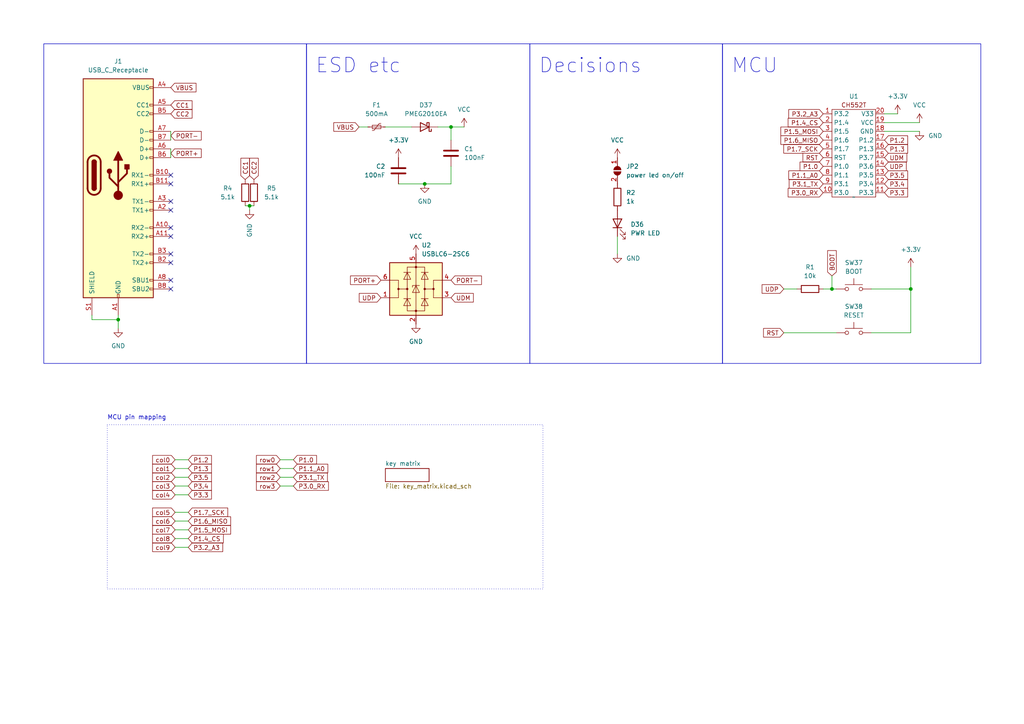
<source format=kicad_sch>
(kicad_sch (version 20230121) (generator eeschema)
  (paper "A4")
  (title_block (title "Chiffchaff") (date "2024-06-24") (rev "0.1") (company "apfel"))
  (lib_symbols
    (symbol "Connector:USB_C_Receptacle" (pin_names (offset 1.016))
      (property "Reference" "J" (at -10.16 29.21 0))
      (property "Value" "USB_C_Receptacle" (at 10.16 29.21 0))
      (symbol "USB_C_Receptacle_0_0"
        (rectangle (start -0.254 -35.56) (end 0.254 -34.544))
        (rectangle (start 10.16 -32.766) (end 9.144 -33.274))
        (rectangle (start 10.16 -30.226) (end 9.144 -30.734))
        (rectangle (start 10.16 -25.146) (end 9.144 -25.654))
        (rectangle (start 10.16 -22.606) (end 9.144 -23.114))
        (rectangle (start 10.16 -17.526) (end 9.144 -18.034))
        (rectangle (start 10.16 -14.986) (end 9.144 -15.494))
        (rectangle (start 10.16 -9.906) (end 9.144 -10.414))
        (rectangle (start 10.16 -7.366) (end 9.144 -7.874))
        (rectangle (start 10.16 -2.286) (end 9.144 -2.794))
        (rectangle (start 10.16 0.254) (end 9.144 -0.254))
        (rectangle (start 10.16 5.334) (end 9.144 4.826))
        (rectangle (start 10.16 7.874) (end 9.144 7.366))
        (rectangle (start 10.16 10.414) (end 9.144 9.906))
        (rectangle (start 10.16 12.954) (end 9.144 12.446))
        (rectangle (start 10.16 18.034) (end 9.144 17.526))
        (rectangle (start 10.16 20.574) (end 9.144 20.066))
        (rectangle (start 10.16 25.654) (end 9.144 25.146))
      )
      (symbol "USB_C_Receptacle_0_1"
        (rectangle (start -10.16 27.94) (end 10.16 -35.56) (stroke (width 0.254)) (fill (type background)))
        (arc (start -8.89 -3.81) (mid -6.985 -5.7067) (end -5.08 -3.81) (stroke (width 0.508)))
        (arc (start -7.62 -3.81) (mid -6.985 -4.4423) (end -6.35 -3.81) (stroke (width 0.254)))
        (arc (start -7.62 -3.81) (mid -6.985 -4.4423) (end -6.35 -3.81) (stroke (width 0.254)) (fill (type outline)))
        (rectangle (start -7.62 -3.81) (end -6.35 3.81) (stroke (width 0.254)) (fill (type outline)))
        (arc (start -6.35 3.81) (mid -6.985 4.4423) (end -7.62 3.81) (stroke (width 0.254)))
        (arc (start -6.35 3.81) (mid -6.985 4.4423) (end -7.62 3.81) (stroke (width 0.254)) (fill (type outline)))
        (arc (start -5.08 3.81) (mid -6.985 5.7067) (end -8.89 3.81) (stroke (width 0.508)))
        (polyline (pts (xy -8.89 -3.81) (xy -8.89 3.81)) (stroke (width 0.508)))
        (polyline (pts (xy -5.08 3.81) (xy -5.08 -3.81)) (stroke (width 0.508)))
      )
      (symbol "USB_C_Receptacle_1_1"
        (circle (center -2.54 1.143) (radius 0.635) (stroke (width 0.254)) (fill (type outline)))
        (circle (center 0 -5.842) (radius 1.27) (fill (type outline)))
        (polyline (pts (xy 0 -5.842) (xy 0 4.318)) (stroke (width 0.508)))
        (polyline (pts (xy 0 -3.302) (xy -2.54 -0.762) (xy -2.54 0.508)) (stroke (width 0.508)))
        (polyline (pts (xy 0 -2.032) (xy 2.54 0.508) (xy 2.54 1.778)) (stroke (width 0.508)))
        (polyline (pts (xy -1.27 4.318) (xy 0 6.858) (xy 1.27 4.318) (xy -1.27 4.318)) (stroke (width 0.254)) (fill (type outline)))
        (rectangle (start 1.905 1.778) (end 3.175 3.048) (stroke (width 0.254)) (fill (type outline)))
        (pin passive line (at 0 -40.64 90) (length 5.08) (name "GND") (number "A1"))
        (pin bidirectional line (at 15.24 -15.24 180) (length 5.08) (name "RX2-") (number "A10"))
        (pin bidirectional line (at 15.24 -17.78 180) (length 5.08) (name "RX2+") (number "A11"))
        (pin passive line (at 0 -40.64 90) (length 5.08) hide (name "GND") (number "A12"))
        (pin bidirectional line (at 15.24 -10.16 180) (length 5.08) (name "TX1+") (number "A2"))
        (pin bidirectional line (at 15.24 -7.62 180) (length 5.08) (name "TX1-") (number "A3"))
        (pin passive line (at 15.24 25.4 180) (length 5.08) (name "VBUS") (number "A4"))
        (pin bidirectional line (at 15.24 20.32 180) (length 5.08) (name "CC1") (number "A5"))
        (pin bidirectional line (at 15.24 7.62 180) (length 5.08) (name "D+") (number "A6"))
        (pin bidirectional line (at 15.24 12.7 180) (length 5.08) (name "D-") (number "A7"))
        (pin bidirectional line (at 15.24 -30.48 180) (length 5.08) (name "SBU1") (number "A8"))
        (pin passive line (at 15.24 25.4 180) (length 5.08) hide (name "VBUS") (number "A9"))
        (pin passive line (at 0 -40.64 90) (length 5.08) hide (name "GND") (number "B1"))
        (pin bidirectional line (at 15.24 0 180) (length 5.08) (name "RX1-") (number "B10"))
        (pin bidirectional line (at 15.24 -2.54 180) (length 5.08) (name "RX1+") (number "B11"))
        (pin passive line (at 0 -40.64 90) (length 5.08) hide (name "GND") (number "B12"))
        (pin bidirectional line (at 15.24 -25.4 180) (length 5.08) (name "TX2+") (number "B2"))
        (pin bidirectional line (at 15.24 -22.86 180) (length 5.08) (name "TX2-") (number "B3"))
        (pin passive line (at 15.24 25.4 180) (length 5.08) hide (name "VBUS") (number "B4"))
        (pin bidirectional line (at 15.24 17.78 180) (length 5.08) (name "CC2") (number "B5"))
        (pin bidirectional line (at 15.24 5.08 180) (length 5.08) (name "D+") (number "B6"))
        (pin bidirectional line (at 15.24 10.16 180) (length 5.08) (name "D-") (number "B7"))
        (pin bidirectional line (at 15.24 -33.02 180) (length 5.08) (name "SBU2") (number "B8"))
        (pin passive line (at 15.24 25.4 180) (length 5.08) hide (name "VBUS") (number "B9"))
        (pin passive line (at -7.62 -40.64 90) (length 5.08) (name "SHIELD") (number "S1"))
      )
    )
    (symbol "Device:C" (pin_numbers hide) (pin_names (offset 0.254))
      (property "Reference" "C" (at 0.635 2.54 0))
      (property "Value" "C" (at 0.635 -2.54 0))
      (symbol "C_0_1"
        (polyline (pts (xy -2.032 -0.762) (xy 2.032 -0.762)) (stroke (width 0.508)))
        (polyline (pts (xy -2.032 0.762) (xy 2.032 0.762)) (stroke (width 0.508)))
      )
      (symbol "C_1_1"
        (pin passive line (at 0 3.81 270) (length 2.794) (name "~") (number "1"))
        (pin passive line (at 0 -3.81 90) (length 2.794) (name "~") (number "2"))
      )
    )
    (symbol "Device:D_Schottky" (pin_numbers hide) (pin_names (offset 1.016) hide)
      (property "Reference" "D" (at 0 2.54 0))
      (property "Value" "D_Schottky" (at 0 -2.54 0))
      (symbol "D_Schottky_0_1"
        (polyline (pts (xy 1.27 0) (xy -1.27 0)))
        (polyline (pts (xy 1.27 1.27) (xy 1.27 -1.27) (xy -1.27 0) (xy 1.27 1.27)) (stroke (width 0.254)))
        (polyline (pts (xy -1.905 0.635) (xy -1.905 1.27) (xy -1.27 1.27) (xy -1.27 -1.27) (xy -0.635 -1.27) (xy -0.635 -0.635)) (stroke (width 0.254)))
      )
      (symbol "D_Schottky_1_1"
        (pin passive line (at -3.81 0 0) (length 2.54) (name "K") (number "1"))
        (pin passive line (at 3.81 0 180) (length 2.54) (name "A") (number "2"))
      )
    )
    (symbol "Device:LED" (pin_numbers hide) (pin_names (offset 1.016) hide)
      (property "Reference" "D" (at 0 2.54 0))
      (property "Value" "LED" (at 0 -2.54 0))
      (symbol "LED_0_1"
        (polyline (pts (xy -1.27 -1.27) (xy -1.27 1.27)) (stroke (width 0.254)))
        (polyline (pts (xy -1.27 0) (xy 1.27 0)))
        (polyline (pts (xy 1.27 -1.27) (xy 1.27 1.27) (xy -1.27 0) (xy 1.27 -1.27)) (stroke (width 0.254)))
        (polyline (pts (xy -3.048 -0.762) (xy -4.572 -2.286) (xy -3.81 -2.286) (xy -4.572 -2.286) (xy -4.572 -1.524)))
        (polyline (pts (xy -1.778 -0.762) (xy -3.302 -2.286) (xy -2.54 -2.286) (xy -3.302 -2.286) (xy -3.302 -1.524)))
      )
      (symbol "LED_1_1"
        (pin passive line (at -3.81 0 0) (length 2.54) (name "K") (number "1"))
        (pin passive line (at 3.81 0 180) (length 2.54) (name "A") (number "2"))
      )
    )
    (symbol "Device:Polyfuse_Small" (pin_numbers hide) (pin_names (offset 0))
      (property "Reference" "F" (at -1.905 0 90))
      (property "Value" "Polyfuse_Small" (at 1.905 0 90))
      (symbol "Polyfuse_Small_0_1"
        (rectangle (start -0.508 1.27) (end 0.508 -1.27))
        (polyline (pts (xy 0 2.54) (xy 0 -2.54)))
        (polyline (pts (xy -1.016 1.27) (xy -1.016 0.762) (xy 1.016 -0.762) (xy 1.016 -1.27)))
      )
      (symbol "Polyfuse_Small_1_1"
        (pin passive line (at 0 2.54 270) (length 0.635) (name "~") (number "1"))
        (pin passive line (at 0 -2.54 90) (length 0.635) (name "~") (number "2"))
      )
    )
    (symbol "Device:R" (pin_numbers hide) (pin_names (offset 0))
      (property "Reference" "R" (at 2.032 0 90))
      (property "Value" "R" (at 0 0 90))
      (symbol "R_0_1"
        (rectangle (start -1.016 -2.54) (end 1.016 2.54) (stroke (width 0.254)))
      )
      (symbol "R_1_1"
        (pin passive line (at 0 3.81 270) (length 1.27) (name "~") (number "1"))
        (pin passive line (at 0 -3.81 90) (length 1.27) (name "~") (number "2"))
      )
    )
    (symbol "Jumper:SolderJumper_2_Open" (pin_names (offset 0) hide)
      (property "Reference" "JP" (at 0 2.032 0))
      (property "Value" "SolderJumper_2_Open" (at 0 -2.54 0))
      (symbol "SolderJumper_2_Open_0_1"
        (arc (start -0.254 1.016) (mid -1.2656 0) (end -0.254 -1.016))
        (arc (start -0.254 1.016) (mid -1.2656 0) (end -0.254 -1.016) (fill (type outline)))
        (polyline (pts (xy -0.254 1.016) (xy -0.254 -1.016)))
        (polyline (pts (xy 0.254 1.016) (xy 0.254 -1.016)))
        (arc (start 0.254 -1.016) (mid 1.2656 0) (end 0.254 1.016))
        (arc (start 0.254 -1.016) (mid 1.2656 0) (end 0.254 1.016) (fill (type outline)))
      )
      (symbol "SolderJumper_2_Open_1_1"
        (pin passive line (at -3.81 0 0) (length 2.54) (name "A") (number "1"))
        (pin passive line (at 3.81 0 180) (length 2.54) (name "B") (number "2"))
      )
    )
    (symbol "Power_Protection:USBLC6-2SC6" (pin_names hide)
      (property "Reference" "U" (at 2.54 8.89 0))
      (property "Value" "USBLC6-2SC6" (at 2.54 -8.89 0))
      (symbol "USBLC6-2SC6_0_1"
        (rectangle (start -7.62 -7.62) (end 7.62 7.62) (stroke (width 0.254)) (fill (type background)))
        (circle (center -5.08 0) (radius 0.254) (fill (type outline)))
        (circle (center -2.54 0) (radius 0.254) (fill (type outline)))
        (rectangle (start -2.54 6.35) (end 2.54 -6.35))
        (circle (center 0 -6.35) (radius 0.254) (fill (type outline)))
        (polyline (pts (xy -5.08 -2.54) (xy -7.62 -2.54)))
        (polyline (pts (xy -5.08 0) (xy -5.08 -2.54)))
        (polyline (pts (xy -5.08 2.54) (xy -7.62 2.54)))
        (polyline (pts (xy -1.524 -2.794) (xy -3.556 -2.794)))
        (polyline (pts (xy -1.524 4.826) (xy -3.556 4.826)))
        (polyline (pts (xy 0 -7.62) (xy 0 -6.35)))
        (polyline (pts (xy 0 -6.35) (xy 0 1.27)))
        (polyline (pts (xy 0 1.27) (xy 0 6.35)))
        (polyline (pts (xy 0 6.35) (xy 0 7.62)))
        (polyline (pts (xy 1.524 -2.794) (xy 3.556 -2.794)))
        (polyline (pts (xy 1.524 4.826) (xy 3.556 4.826)))
        (polyline (pts (xy 5.08 -2.54) (xy 7.62 -2.54)))
        (polyline (pts (xy 5.08 0) (xy 5.08 -2.54)))
        (polyline (pts (xy 5.08 2.54) (xy 7.62 2.54)))
        (polyline (pts (xy -2.54 0) (xy -5.08 0) (xy -5.08 2.54)))
        (polyline (pts (xy 2.54 0) (xy 5.08 0) (xy 5.08 2.54)))
        (polyline (pts (xy -3.556 -4.826) (xy -1.524 -4.826) (xy -2.54 -2.794) (xy -3.556 -4.826)))
        (polyline (pts (xy -3.556 2.794) (xy -1.524 2.794) (xy -2.54 4.826) (xy -3.556 2.794)))
        (polyline (pts (xy -1.016 -1.016) (xy 1.016 -1.016) (xy 0 1.016) (xy -1.016 -1.016)))
        (polyline (pts (xy 1.016 1.016) (xy 0.762 1.016) (xy -1.016 1.016) (xy -1.016 0.508)))
        (polyline (pts (xy 3.556 -4.826) (xy 1.524 -4.826) (xy 2.54 -2.794) (xy 3.556 -4.826)))
        (polyline (pts (xy 3.556 2.794) (xy 1.524 2.794) (xy 2.54 4.826) (xy 3.556 2.794)))
        (circle (center 0 6.35) (radius 0.254) (fill (type outline)))
        (circle (center 2.54 0) (radius 0.254) (fill (type outline)))
        (circle (center 5.08 0) (radius 0.254) (fill (type outline)))
      )
      (symbol "USBLC6-2SC6_1_1"
        (pin passive line (at -10.16 -2.54 0) (length 2.54) (name "I/O1") (number "1"))
        (pin passive line (at 0 -10.16 90) (length 2.54) (name "GND") (number "2"))
        (pin passive line (at 10.16 -2.54 180) (length 2.54) (name "I/O2") (number "3"))
        (pin passive line (at 10.16 2.54 180) (length 2.54) (name "I/O2") (number "4"))
        (pin passive line (at 0 10.16 270) (length 2.54) (name "VBUS") (number "5"))
        (pin passive line (at -10.16 2.54 0) (length 2.54) (name "I/O1") (number "6"))
      )
    )
    (symbol "Switch:SW_Push" (pin_numbers hide) (pin_names (offset 1.016) hide)
      (property "Reference" "SW" (at 1.27 2.54 0))
      (property "Value" "SW_Push" (at 0 -1.524 0))
      (symbol "SW_Push_0_1"
        (circle (center -2.032 0) (radius 0.508))
        (polyline (pts (xy 0 1.27) (xy 0 3.048)))
        (polyline (pts (xy 2.54 1.27) (xy -2.54 1.27)))
        (circle (center 2.032 0) (radius 0.508))
        (pin passive line (at -5.08 0 0) (length 2.54) (name "1") (number "1"))
        (pin passive line (at 5.08 0 180) (length 2.54) (name "2") (number "2"))
      )
    )
    (symbol "apfel:mcu_ch552t_tssop-20"
      (property "Reference" "U1" (at 0 16.51 0))
      (property "Value" "~" (at 0 -12.7 0))
      (symbol "mcu_ch552t_tssop-20_0_1"
        (rectangle (start -6.35 12.7) (end 6.35 -12.7))
      )
      (symbol "mcu_ch552t_tssop-20_1_1"
        (text "CH552T\n" (at 0 13.97 0) (effects (font (size 1.27 1.27))))
        (pin input line (at -8.89 11.43 0) (length 2.54) (name "P3.2") (number "1"))
        (pin input line (at -8.89 -11.43 0) (length 2.54) (name "P3.0") (number "10"))
        (pin input line (at 8.89 -11.43 180) (length 2.54) (name "P3.3") (number "11"))
        (pin input line (at 8.89 -8.89 180) (length 2.54) (name "P3.4") (number "12"))
        (pin input line (at 8.89 -6.35 180) (length 2.54) (name "P3.5") (number "13"))
        (pin input line (at 8.89 -3.81 180) (length 2.54) (name "P3.6") (number "14"))
        (pin input line (at 8.89 -1.27 180) (length 2.54) (name "P3.7") (number "15"))
        (pin input line (at 8.89 1.27 180) (length 2.54) (name "P1.3") (number "16"))
        (pin input line (at 8.89 3.81 180) (length 2.54) (name "P1.2") (number "17"))
        (pin input line (at 8.89 6.35 180) (length 2.54) (name "GND") (number "18"))
        (pin input line (at 8.89 8.89 180) (length 2.54) (name "VCC") (number "19"))
        (pin input line (at -8.89 8.89 0) (length 2.54) (name "P1.4") (number "2"))
        (pin input line (at 8.89 11.43 180) (length 2.54) (name "V33") (number "20"))
        (pin input line (at -8.89 6.35 0) (length 2.54) (name "P1.5") (number "3"))
        (pin input line (at -8.89 3.81 0) (length 2.54) (name "P1.6") (number "4"))
        (pin input line (at -8.89 1.27 0) (length 2.54) (name "P1.7") (number "5"))
        (pin input line (at -8.89 -1.27 0) (length 2.54) (name "RST") (number "6"))
        (pin input line (at -8.89 -3.81 0) (length 2.54) (name "P1.0") (number "7"))
        (pin input line (at -8.89 -6.35 0) (length 2.54) (name "P1.1") (number "8"))
        (pin input line (at -8.89 -8.89 0) (length 2.54) (name "P3.1") (number "9"))
      )
    )
    (symbol "power:+3.3V" (power) (pin_names (offset 0))
      (property "Value" "+3.3V" (at 0 3.556 0))
      (symbol "+3.3V_0_1"
        (polyline (pts (xy -0.762 1.27) (xy 0 2.54)))
        (polyline (pts (xy 0 0) (xy 0 2.54)))
        (polyline (pts (xy 0 2.54) (xy 0.762 1.27)))
      )
      (symbol "+3.3V_1_1"
        (pin power_in line (at 0 0 90) (length 0) hide (name "+3.3V") (number "1"))
      )
    )
    (symbol "power:GND" (power) (pin_names (offset 0))
      (property "Value" "GND" (at 0 -3.81 0))
      (symbol "GND_0_1"
        (polyline (pts (xy 0 0) (xy 0 -1.27) (xy 1.27 -1.27) (xy 0 -2.54) (xy -1.27 -1.27) (xy 0 -1.27)))
      )
      (symbol "GND_1_1"
        (pin power_in line (at 0 0 270) (length 0) hide (name "GND") (number "1"))
      )
    )
    (symbol "power:VCC" (power) (pin_names (offset 0))
      (property "Value" "VCC" (at 0 3.81 0))
      (symbol "VCC_0_1"
        (polyline (pts (xy -0.762 1.27) (xy 0 2.54)))
        (polyline (pts (xy 0 0) (xy 0 2.54)))
        (polyline (pts (xy 0 2.54) (xy 0.762 1.27)))
      )
      (symbol "VCC_1_1"
        (pin power_in line (at 0 0 90) (length 0) hide (name "VCC") (number "1"))
      )
    )
  )
  (junction (at 130.81 36.83))
  (junction (at 264.16 83.82))
  (junction (at 123.19 53.34))
  (junction (at 72.39 59.69))
  (junction (at 241.3 83.82))
  (junction (at 34.29 92.71))
  (no_connect (at 49.53 66.04))
  (no_connect (at 49.53 76.2))
  (no_connect (at 49.53 73.66))
  (no_connect (at 49.53 68.58))
  (no_connect (at 49.53 50.8))
  (no_connect (at 49.53 83.82))
  (no_connect (at 49.53 53.34))
  (no_connect (at 49.53 58.42))
  (no_connect (at 49.53 60.96))
  (no_connect (at 49.53 81.28))
  (wire (pts (xy 130.81 53.34) (xy 130.81 48.26)))
  (wire (pts (xy 81.28 135.89) (xy 85.09 135.89)))
  (wire (pts (xy 179.07 73.66) (xy 179.07 68.58)))
  (wire (pts (xy 256.54 33.02) (xy 260.35 33.02)))
  (wire (pts (xy 50.8 138.43) (xy 54.61 138.43)))
  (wire (pts (xy 130.81 36.83) (xy 130.81 40.64)))
  (wire (pts (xy 252.73 83.82) (xy 264.16 83.82)))
  (wire (pts (xy 26.67 91.44) (xy 26.67 92.71)))
  (wire (pts (xy 264.16 96.52) (xy 252.73 96.52)))
  (wire (pts (xy 34.29 91.44) (xy 34.29 92.71)))
  (wire (pts (xy 266.7 38.1) (xy 256.54 38.1)))
  (wire (pts (xy 256.54 35.56) (xy 266.7 35.56)))
  (wire (pts (xy 50.8 148.59) (xy 54.61 148.59)))
  (wire (pts (xy 50.8 151.13) (xy 54.61 151.13)))
  (wire (pts (xy 104.14 36.83) (xy 106.68 36.83)))
  (wire (pts (xy 50.8 156.21) (xy 54.61 156.21)))
  (wire (pts (xy 238.76 83.82) (xy 241.3 83.82)))
  (wire (pts (xy 26.67 92.71) (xy 34.29 92.71)))
  (wire (pts (xy 264.16 83.82) (xy 264.16 96.52)))
  (wire (pts (xy 34.29 92.71) (xy 34.29 95.25)))
  (wire (pts (xy 50.8 133.35) (xy 54.61 133.35)))
  (wire (pts (xy 227.33 83.82) (xy 231.14 83.82)))
  (wire (pts (xy 85.09 133.35) (xy 81.28 133.35)))
  (wire (pts (xy 50.8 158.75) (xy 54.61 158.75)))
  (wire (pts (xy 72.39 59.69) (xy 73.66 59.69)))
  (wire (pts (xy 241.3 83.82) (xy 242.57 83.82)))
  (wire (pts (xy 72.39 59.69) (xy 72.39 60.96)))
  (wire (pts (xy 115.57 53.34) (xy 123.19 53.34)))
  (wire (pts (xy 50.8 135.89) (xy 54.61 135.89)))
  (wire (pts (xy 130.81 36.83) (xy 134.62 36.83)))
  (wire (pts (xy 111.76 36.83) (xy 119.38 36.83)))
  (wire (pts (xy 71.12 59.69) (xy 72.39 59.69)))
  (wire (pts (xy 123.19 53.34) (xy 130.81 53.34)))
  (wire (pts (xy 264.16 77.47) (xy 264.16 83.82)))
  (wire (pts (xy 50.8 143.51) (xy 54.61 143.51)))
  (wire (pts (xy 241.3 80.01) (xy 241.3 83.82)))
  (wire (pts (xy 49.53 43.18) (xy 49.53 45.72)))
  (wire (pts (xy 81.28 140.97) (xy 85.09 140.97)))
  (wire (pts (xy 227.33 96.52) (xy 242.57 96.52)))
  (wire (pts (xy 81.28 138.43) (xy 85.09 138.43)))
  (wire (pts (xy 49.53 38.1) (xy 49.53 40.64)))
  (wire (pts (xy 50.8 140.97) (xy 54.61 140.97)))
  (wire (pts (xy 127 36.83) (xy 130.81 36.83)))
  (wire (pts (xy 50.8 153.67) (xy 54.61 153.67)))
  (rectangle (start 209.55 12.7) (end 284.48 105.41))
  (rectangle (start 31.115 123.19) (end 157.48 170.815) (stroke (width 0) (type dot)))
  (rectangle (start 153.67 12.7) (end 209.55 105.41))
  (rectangle (start 12.7 12.7) (end 88.9 105.41))
  (rectangle (start 88.9 12.7) (end 153.67 105.41))
  (text "MCU" (at 212.09 21.59 0) (effects (font (size 4.2 4.2)) (justify left bottom)))
  (text "MCU pin mapping" (at 31.115 121.92 0) (effects (font (size 1.27 1.27)) (justify left bottom)))
  (text "Decisions" (at 156.21 21.59 0) (effects (font (size 4.2 4.2)) (justify left bottom)))
  (text "ESD etc" (at 91.44 21.59 0) (effects (font (size 4.2 4.2)) (justify left bottom)))
  (global_label "P3.2_A3" (shape input) (at 54.61 158.75 0) (property "Intersheetrefs" "${INTERSHEET_REFS}" (effects hide)))
  (global_label "P1.3" (shape input) (at 54.61 135.89 0) (property "Intersheetrefs" "${INTERSHEET_REFS}" (effects hide)))
  (global_label "P1.4_CS" (shape input) (at 54.61 156.21 0) (property "Intersheetrefs" "${INTERSHEET_REFS}" (effects hide)))
  (global_label "P3.0_RX" (shape input) (at 85.09 140.97 0) (property "Intersheetrefs" "${INTERSHEET_REFS}" (effects hide)))
  (global_label "PORT+" (shape input) (at 49.53 44.45 0) (property "Intersheetrefs" "${INTERSHEET_REFS}" (effects hide)))
  (global_label "col7" (shape input) (at 50.8 153.67 180) (property "Intersheetrefs" "${INTERSHEET_REFS}" (effects hide)))
  (global_label "P1.0" (shape input) (at 238.76 48.26 180) (property "Intersheetrefs" "${INTERSHEET_REFS}" (effects hide)))
  (global_label "CC1" (shape input) (at 49.53 30.48 0) (property "Intersheetrefs" "${INTERSHEET_REFS}" (effects hide)))
  (global_label "UDP" (shape input) (at 256.54 48.26 0) (property "Intersheetrefs" "${INTERSHEET_REFS}" (effects hide)))
  (global_label "P1.6_MISO" (shape input) (at 238.76 40.64 180) (property "Intersheetrefs" "${INTERSHEET_REFS}" (effects hide)))
  (global_label "col3" (shape input) (at 50.8 140.97 180) (property "Intersheetrefs" "${INTERSHEET_REFS}" (effects hide)))
  (global_label "col8" (shape input) (at 50.8 156.21 180) (property "Intersheetrefs" "${INTERSHEET_REFS}" (effects hide)))
  (global_label "P3.3" (shape input) (at 54.61 143.51 0) (property "Intersheetrefs" "${INTERSHEET_REFS}" (effects hide)))
  (global_label "P1.5_MOSI" (shape input) (at 54.61 153.67 0) (property "Intersheetrefs" "${INTERSHEET_REFS}" (effects hide)))
  (global_label "P3.2_A3" (shape input) (at 238.76 33.02 180) (property "Intersheetrefs" "${INTERSHEET_REFS}" (effects hide)))
  (global_label "P3.5" (shape input) (at 54.61 138.43 0) (property "Intersheetrefs" "${INTERSHEET_REFS}" (effects hide)))
  (global_label "row1" (shape input) (at 81.28 135.89 180) (property "Intersheetrefs" "${INTERSHEET_REFS}" (effects hide)))
  (global_label "UDM" (shape input) (at 256.54 45.72 0) (property "Intersheetrefs" "${INTERSHEET_REFS}" (effects hide)))
  (global_label "CC1" (shape input) (at 71.12 52.07 90) (property "Intersheetrefs" "${INTERSHEET_REFS}" (effects hide)))
  (global_label "P1.3" (shape input) (at 256.54 43.18 0) (property "Intersheetrefs" "${INTERSHEET_REFS}" (effects hide)))
  (global_label "P1.5_MOSI" (shape input) (at 238.76 38.1 180) (property "Intersheetrefs" "${INTERSHEET_REFS}" (effects hide)))
  (global_label "P1.4_CS" (shape input) (at 238.76 35.56 180) (property "Intersheetrefs" "${INTERSHEET_REFS}" (effects hide)))
  (global_label "P1.7_SCK" (shape input) (at 238.76 43.18 180) (property "Intersheetrefs" "${INTERSHEET_REFS}" (effects hide)))
  (global_label "UDP" (shape input) (at 227.33 83.82 180) (property "Intersheetrefs" "${INTERSHEET_REFS}" (effects hide)))
  (global_label "VBUS" (shape input) (at 104.14 36.83 180) (property "Intersheetrefs" "${INTERSHEET_REFS}" (effects hide)))
  (global_label "P1.0" (shape input) (at 85.09 133.35 0) (property "Intersheetrefs" "${INTERSHEET_REFS}" (effects hide)))
  (global_label "P3.4" (shape input) (at 256.54 53.34 0) (property "Intersheetrefs" "${INTERSHEET_REFS}" (effects hide)))
  (global_label "UDP" (shape input) (at 110.49 86.36 180) (property "Intersheetrefs" "${INTERSHEET_REFS}" (effects hide)))
  (global_label "P1.1_A0" (shape input) (at 238.76 50.8 180) (property "Intersheetrefs" "${INTERSHEET_REFS}" (effects hide)))
  (global_label "P3.1_TX" (shape input) (at 238.76 53.34 180) (property "Intersheetrefs" "${INTERSHEET_REFS}" (effects hide)))
  (global_label "PORT-" (shape input) (at 130.81 81.28 0) (property "Intersheetrefs" "${INTERSHEET_REFS}" (effects hide)))
  (global_label "P3.3" (shape input) (at 256.54 55.88 0) (property "Intersheetrefs" "${INTERSHEET_REFS}" (effects hide)))
  (global_label "row3" (shape input) (at 81.28 140.97 180) (property "Intersheetrefs" "${INTERSHEET_REFS}" (effects hide)))
  (global_label "PORT+" (shape input) (at 110.49 81.28 180) (property "Intersheetrefs" "${INTERSHEET_REFS}" (effects hide)))
  (global_label "BOOT" (shape input) (at 241.3 80.01 90) (property "Intersheetrefs" "${INTERSHEET_REFS}" (effects hide)))
  (global_label "col5" (shape input) (at 50.8 148.59 180) (property "Intersheetrefs" "${INTERSHEET_REFS}" (effects hide)))
  (global_label "P3.0_RX" (shape input) (at 238.76 55.88 180) (property "Intersheetrefs" "${INTERSHEET_REFS}" (effects hide)))
  (global_label "col1" (shape input) (at 50.8 135.89 180) (property "Intersheetrefs" "${INTERSHEET_REFS}" (effects hide)))
  (global_label "P3.5" (shape input) (at 256.54 50.8 0) (property "Intersheetrefs" "${INTERSHEET_REFS}" (effects hide)))
  (global_label "col0" (shape input) (at 50.8 133.35 180) (property "Intersheetrefs" "${INTERSHEET_REFS}" (effects hide)))
  (global_label "RST" (shape input) (at 238.76 45.72 180) (property "Intersheetrefs" "${INTERSHEET_REFS}" (effects hide)))
  (global_label "col4" (shape input) (at 50.8 143.51 180) (property "Intersheetrefs" "${INTERSHEET_REFS}" (effects hide)))
  (global_label "P1.6_MISO" (shape input) (at 54.61 151.13 0) (property "Intersheetrefs" "${INTERSHEET_REFS}" (effects hide)))
  (global_label "CC2" (shape input) (at 73.66 52.07 90) (property "Intersheetrefs" "${INTERSHEET_REFS}" (effects hide)))
  (global_label "VBUS" (shape input) (at 49.53 25.4 0) (property "Intersheetrefs" "${INTERSHEET_REFS}" (effects hide)))
  (global_label "P1.2" (shape input) (at 54.61 133.35 0) (property "Intersheetrefs" "${INTERSHEET_REFS}" (effects hide)))
  (global_label "RST" (shape input) (at 227.33 96.52 180) (property "Intersheetrefs" "${INTERSHEET_REFS}" (effects hide)))
  (global_label "PORT-" (shape input) (at 49.53 39.37 0) (property "Intersheetrefs" "${INTERSHEET_REFS}" (effects hide)))
  (global_label "P3.1_TX" (shape input) (at 85.09 138.43 0) (property "Intersheetrefs" "${INTERSHEET_REFS}" (effects hide)))
  (global_label "P3.4" (shape input) (at 54.61 140.97 0) (property "Intersheetrefs" "${INTERSHEET_REFS}" (effects hide)))
  (global_label "P1.1_A0" (shape input) (at 85.09 135.89 0) (property "Intersheetrefs" "${INTERSHEET_REFS}" (effects hide)))
  (global_label "col6" (shape input) (at 50.8 151.13 180) (property "Intersheetrefs" "${INTERSHEET_REFS}" (effects hide)))
  (global_label "col2" (shape input) (at 50.8 138.43 180) (property "Intersheetrefs" "${INTERSHEET_REFS}" (effects hide)))
  (global_label "col9" (shape input) (at 50.8 158.75 180) (property "Intersheetrefs" "${INTERSHEET_REFS}" (effects hide)))
  (global_label "row2" (shape input) (at 81.28 138.43 180) (property "Intersheetrefs" "${INTERSHEET_REFS}" (effects hide)))
  (global_label "UDM" (shape input) (at 130.81 86.36 0) (property "Intersheetrefs" "${INTERSHEET_REFS}" (effects hide)))
  (global_label "P1.7_SCK" (shape input) (at 54.61 148.59 0) (property "Intersheetrefs" "${INTERSHEET_REFS}" (effects hide)))
  (global_label "row0" (shape input) (at 81.28 133.35 180) (property "Intersheetrefs" "${INTERSHEET_REFS}" (effects hide)))
  (global_label "CC2" (shape input) (at 49.53 33.02 0) (property "Intersheetrefs" "${INTERSHEET_REFS}" (effects hide)))
  (global_label "P1.2" (shape input) (at 256.54 40.64 0) (property "Intersheetrefs" "${INTERSHEET_REFS}" (effects hide)))
  (symbol (lib_id "Connector:USB_C_Receptacle") (at 34.29 50.8 0) (unit 1)
    (property "Reference" "J1" (at 34.29 17.78 0))
    (property "Value" "USB_C_Receptacle" (at 34.29 20.32 0))
    (property "Footprint" "PCM_marbastlib-various:USB_C_Receptacle_HRO_TYPE-C-31-M-12" (effects hide))
    (property "Datasheet" "https://www.usb.org/sites/default/files/documents/usb_type-c.zip" (effects hide))
  )
  (symbol (lib_id "power:+3.3V") (at 115.57 45.72 0) (mirror y) (unit 1)
    (property "Reference" "#PWR06" (effects hide))
    (property "Value" "+3.3V" (at 115.57 40.64 0))
  )
  (symbol (lib_id "Device:R") (at 73.66 55.88 0) (mirror y) (unit 1)
    (property "Reference" "R5" (at 78.74 54.61 0))
    (property "Value" "5.1k" (at 78.74 57.15 0))
    (property "Footprint" "Resistor_SMD:R_0402_1005Metric" (effects hide))
  )
  (symbol (lib_id "power:GND") (at 34.29 95.25 0) (unit 1)
    (property "Reference" "#PWR03" (effects hide))
    (property "Value" "GND" (at 34.29 100.33 0))
  )
  (symbol (lib_id "power:VCC") (at 266.7 35.56 0) (unit 1)
    (property "Reference" "#PWR05" (effects hide))
    (property "Value" "VCC" (at 266.7 30.48 0))
  )
  (symbol (lib_id "Device:R") (at 179.07 57.15 0) (unit 1)
    (property "Reference" "R2" (at 181.61 55.88 0) (effects (justify left)))
    (property "Value" "1k" (at 181.61 58.42 0) (effects (justify left)))
    (property "Footprint" "Resistor_SMD:R_0402_1005Metric" (effects hide))
  )
  (symbol (lib_id "apfel:mcu_ch552t_tssop-20") (at 247.65 44.45 0) (unit 1)
    (property "Reference" "U1" (at 247.65 27.94 0))
    (property "Value" "~" (at 247.65 57.15 0))
    (property "Footprint" "Package_SO:TSSOP-20_4.4x6.5mm_P0.65mm" (effects hide))
  )
  (symbol (lib_id "power:GND") (at 72.39 60.96 0) (mirror y) (unit 1)
    (property "Reference" "#PWR07" (effects hide))
    (property "Value" "GND" (at 72.39 64.77 90) (effects (justify right)))
  )
  (symbol (lib_id "Device:LED") (at 179.07 64.77 90) (unit 1)
    (property "Reference" "D36" (at 182.88 65.0875 90) (effects (justify right)))
    (property "Value" "PWR LED" (at 182.88 67.6275 90) (effects (justify right)))
    (property "Footprint" "LED_SMD:LED_0402_1005Metric" (effects hide))
  )
  (symbol (lib_id "Switch:SW_Push") (at 247.65 96.52 0) (unit 1)
    (property "Reference" "SW38" (at 247.65 88.9 0))
    (property "Value" "RESET" (at 247.65 91.44 0))
    (property "Footprint" "Button_Switch_SMD:SW_Push_SPST_NO_Alps_SKRK" (effects hide))
  )
  (symbol (lib_id "Device:R") (at 234.95 83.82 90) (unit 1)
    (property "Reference" "R1" (at 234.95 77.47 90))
    (property "Value" "10k" (at 234.95 80.01 90))
    (property "Footprint" "Resistor_SMD:R_0402_1005Metric" (effects hide))
  )
  (symbol (lib_id "power:GND") (at 123.19 53.34 0) (unit 1)
    (property "Reference" "#PWR01" (effects hide))
    (property "Value" "GND" (at 123.19 58.42 0))
  )
  (symbol (lib_id "Device:D_Schottky") (at 123.19 36.83 180) (unit 1)
    (property "Reference" "D37" (at 123.5075 30.48 0))
    (property "Value" "PMEG2010EA" (at 123.5075 33.02 0))
    (property "Footprint" "Diode_SMD:D_0402_1005Metric" (effects hide))
  )
  (symbol (lib_id "power:VCC") (at 120.65 73.66 0) (unit 1)
    (property "Reference" "#PWR010" (effects hide))
    (property "Value" "VCC" (at 120.65 68.58 0))
  )
  (symbol (lib_id "Switch:SW_Push") (at 247.65 83.82 0) (unit 1)
    (property "Reference" "SW37" (at 247.65 76.2 0))
    (property "Value" "BOOT" (at 247.65 78.74 0))
    (property "Footprint" "Button_Switch_SMD:SW_Push_SPST_NO_Alps_SKRK" (effects hide))
  )
  (symbol (lib_id "Device:C") (at 115.57 49.53 0) (unit 1)
    (property "Reference" "C2" (at 111.76 48.26 0) (effects (justify right)))
    (property "Value" "100nF" (at 111.76 50.8 0) (effects (justify right)))
    (property "Footprint" "Capacitor_SMD:C_0402_1005Metric" (effects hide))
  )
  (symbol (lib_id "power:GND") (at 120.65 93.98 0) (unit 1)
    (property "Reference" "#PWR017" (effects hide))
    (property "Value" "GND" (at 120.65 99.06 0))
  )
  (symbol (lib_id "power:VCC") (at 134.62 36.83 0) (mirror y) (unit 1)
    (property "Reference" "#PWR09" (effects hide))
    (property "Value" "VCC" (at 134.62 31.75 0))
  )
  (symbol (lib_id "Device:R") (at 71.12 55.88 0) (mirror y) (unit 1)
    (property "Reference" "R4" (at 66.04 54.61 0))
    (property "Value" "5.1k" (at 66.04 57.15 0))
    (property "Footprint" "Resistor_SMD:R_0402_1005Metric" (effects hide))
  )
  (symbol (lib_id "power:+3.3V") (at 264.16 77.47 0) (mirror y) (unit 1)
    (property "Reference" "#PWR08" (effects hide))
    (property "Value" "+3.3V" (at 264.16 72.39 0))
  )
  (symbol (lib_id "power:GND") (at 179.07 73.66 0) (unit 1)
    (property "Reference" "#PWR011" (effects hide))
    (property "Value" "GND" (at 181.61 74.93 0) (effects (justify left)))
  )
  (symbol (lib_id "Power_Protection:USBLC6-2SC6") (at 120.65 83.82 0) (unit 1)
    (property "Reference" "U2" (at 122.3011 71.12 0) (effects (justify left)))
    (property "Value" "USBLC6-2SC6" (at 122.3011 73.66 0) (effects (justify left)))
    (property "Footprint" "Package_TO_SOT_SMD:SOT-23-6" (effects hide))
    (property "Datasheet" "https://www.st.com/resource/en/datasheet/usblc6-2.pdf" (effects hide))
  )
  (symbol (lib_id "power:VCC") (at 179.07 45.72 0) (mirror y) (unit 1)
    (property "Reference" "#PWR012" (effects hide))
    (property "Value" "VCC" (at 179.07 40.64 0))
  )
  (symbol (lib_id "power:GND") (at 266.7 38.1 0) (unit 1)
    (property "Reference" "#PWR02" (effects hide))
    (property "Value" "GND" (at 269.24 39.37 0) (effects (justify left)))
  )
  (symbol (lib_id "Device:C") (at 130.81 44.45 0) (unit 1)
    (property "Reference" "C1" (at 134.62 43.18 0) (effects (justify left)))
    (property "Value" "100nF" (at 134.62 45.72 0) (effects (justify left)))
    (property "Footprint" "Capacitor_SMD:C_0402_1005Metric" (effects hide))
  )
  (symbol (lib_id "Device:Polyfuse_Small") (at 109.22 36.83 270) (unit 1)
    (property "Reference" "F1" (at 109.22 30.48 90))
    (property "Value" "500mA" (at 109.22 33.02 90))
    (property "Footprint" "Fuse:Fuse_0402_1005Metric" (effects hide))
  )
  (symbol (lib_id "Jumper:SolderJumper_2_Open") (at 179.07 49.53 270) (unit 1)
    (property "Reference" "JP2" (at 181.61 48.26 90) (effects (justify left)))
    (property "Value" "power led on/off" (at 181.61 50.8 90) (effects (justify left)))
    (property "Footprint" "Jumper:SolderJumper-2_P1.3mm_Open_TrianglePad1.0x1.5mm" (effects hide))
  )
  (symbol (lib_id "power:+3.3V") (at 260.35 33.02 0) (unit 1)
    (property "Reference" "#PWR04" (effects hide))
    (property "Value" "+3.3V" (at 260.35 27.94 0))
  )
  (sheet (at 111.76 135.89) (size 12.7 3.81) (stroke (width 0.1524))
    (property "Sheetname" "key matrix" (at 111.76 135.1784 0) (effects (justify left bottom)))
    (property "Sheetfile" "key_matrix.kicad_sch" (at 111.76 140.2846 0) (effects (justify left top)))
  )
)
</source>
